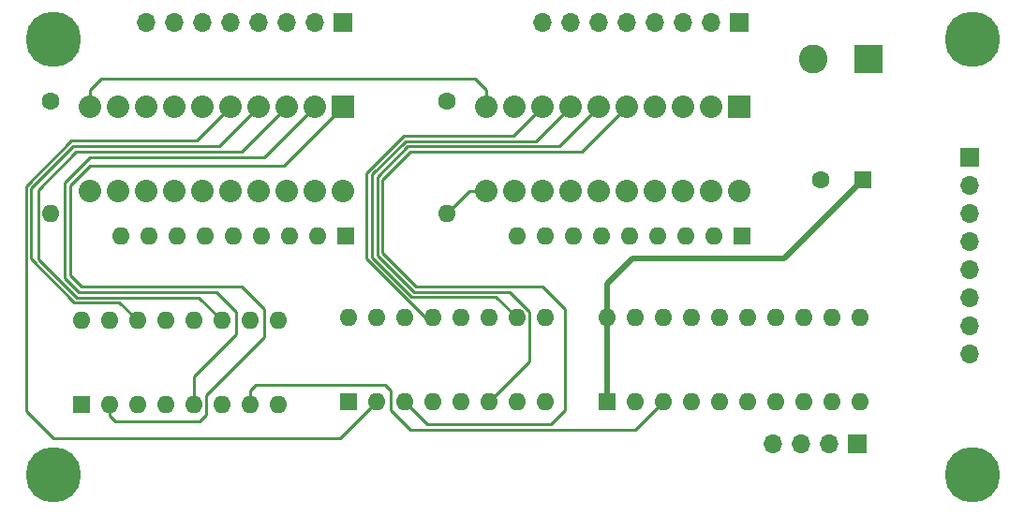
<source format=gbr>
%TF.GenerationSoftware,KiCad,Pcbnew,(5.1.9-0-10_14)*%
%TF.CreationDate,2021-05-30T08:25:23-04:00*%
%TF.ProjectId,MULTIPLEXER,4d554c54-4950-44c4-9558-45522e6b6963,rev?*%
%TF.SameCoordinates,Original*%
%TF.FileFunction,Copper,L2,Inr*%
%TF.FilePolarity,Positive*%
%FSLAX46Y46*%
G04 Gerber Fmt 4.6, Leading zero omitted, Abs format (unit mm)*
G04 Created by KiCad (PCBNEW (5.1.9-0-10_14)) date 2021-05-30 08:25:23*
%MOMM*%
%LPD*%
G01*
G04 APERTURE LIST*
%TA.AperFunction,ComponentPad*%
%ADD10C,0.800000*%
%TD*%
%TA.AperFunction,ComponentPad*%
%ADD11C,5.000000*%
%TD*%
%TA.AperFunction,ComponentPad*%
%ADD12O,1.700000X1.700000*%
%TD*%
%TA.AperFunction,ComponentPad*%
%ADD13R,1.700000X1.700000*%
%TD*%
%TA.AperFunction,ComponentPad*%
%ADD14O,1.600000X1.600000*%
%TD*%
%TA.AperFunction,ComponentPad*%
%ADD15R,1.600000X1.600000*%
%TD*%
%TA.AperFunction,ComponentPad*%
%ADD16C,1.600000*%
%TD*%
%TA.AperFunction,ComponentPad*%
%ADD17C,2.032000*%
%TD*%
%TA.AperFunction,ComponentPad*%
%ADD18R,2.032000X2.032000*%
%TD*%
%TA.AperFunction,ComponentPad*%
%ADD19C,2.600000*%
%TD*%
%TA.AperFunction,ComponentPad*%
%ADD20R,2.600000X2.600000*%
%TD*%
%TA.AperFunction,Conductor*%
%ADD21C,0.500000*%
%TD*%
%TA.AperFunction,Conductor*%
%ADD22C,0.250000*%
%TD*%
G04 APERTURE END LIST*
D10*
%TO.N,N/C*%
%TO.C,REF\u002A\u002A*%
X191571825Y-114752175D03*
X190246000Y-114203000D03*
X188920175Y-114752175D03*
X188371000Y-116078000D03*
X188920175Y-117403825D03*
X190246000Y-117953000D03*
X191571825Y-117403825D03*
X192121000Y-116078000D03*
D11*
X190246000Y-116078000D03*
%TD*%
%TO.N,N/C*%
%TO.C,REF\u002A\u002A*%
X190246000Y-76708000D03*
D10*
X192121000Y-76708000D03*
X191571825Y-78033825D03*
X190246000Y-78583000D03*
X188920175Y-78033825D03*
X188371000Y-76708000D03*
X188920175Y-75382175D03*
X190246000Y-74833000D03*
X191571825Y-75382175D03*
%TD*%
D11*
%TO.N,N/C*%
%TO.C,REF\u002A\u002A*%
X107188000Y-116078000D03*
D10*
X109063000Y-116078000D03*
X108513825Y-117403825D03*
X107188000Y-117953000D03*
X105862175Y-117403825D03*
X105313000Y-116078000D03*
X105862175Y-114752175D03*
X107188000Y-114203000D03*
X108513825Y-114752175D03*
%TD*%
%TO.N,N/C*%
%TO.C,REF\u002A\u002A*%
X108513825Y-75382175D03*
X107188000Y-74833000D03*
X105862175Y-75382175D03*
X105313000Y-76708000D03*
X105862175Y-78033825D03*
X107188000Y-78583000D03*
X108513825Y-78033825D03*
X109063000Y-76708000D03*
D11*
X107188000Y-76708000D03*
%TD*%
D12*
%TO.N,Net-(J3-Pad4)*%
%TO.C,J3*%
X172212000Y-113284000D03*
%TO.N,OE*%
X174752000Y-113284000D03*
%TO.N,SELECT*%
X177292000Y-113284000D03*
D13*
X179832000Y-113284000D03*
%TD*%
D14*
%TO.N,Net-(BAR2-Pad13)*%
%TO.C,RN2*%
X149098000Y-94488000D03*
%TO.N,Net-(BAR2-Pad14)*%
X151638000Y-94488000D03*
%TO.N,Net-(BAR2-Pad15)*%
X154178000Y-94488000D03*
%TO.N,Net-(BAR2-Pad16)*%
X156718000Y-94488000D03*
%TO.N,Net-(BAR2-Pad17)*%
X159258000Y-94488000D03*
%TO.N,Net-(BAR2-Pad18)*%
X161798000Y-94488000D03*
%TO.N,Net-(BAR2-Pad19)*%
X164338000Y-94488000D03*
%TO.N,Net-(BAR2-Pad20)*%
X166878000Y-94488000D03*
D15*
%TO.N,GND*%
X169418000Y-94488000D03*
%TD*%
D14*
%TO.N,Net-(BAR1-Pad13)*%
%TO.C,RN1*%
X113284000Y-94488000D03*
%TO.N,Net-(BAR1-Pad14)*%
X115824000Y-94488000D03*
%TO.N,Net-(BAR1-Pad15)*%
X118364000Y-94488000D03*
%TO.N,Net-(BAR1-Pad16)*%
X120904000Y-94488000D03*
%TO.N,Net-(BAR1-Pad17)*%
X123444000Y-94488000D03*
%TO.N,Net-(BAR1-Pad18)*%
X125984000Y-94488000D03*
%TO.N,Net-(BAR1-Pad19)*%
X128524000Y-94488000D03*
%TO.N,Net-(BAR1-Pad20)*%
X131064000Y-94488000D03*
D15*
%TO.N,GND*%
X133604000Y-94488000D03*
%TD*%
D14*
%TO.N,Net-(BAR2-Pad11)*%
%TO.C,R3*%
X142748000Y-92456000D03*
D16*
%TO.N,GND*%
X142748000Y-82296000D03*
%TD*%
D14*
%TO.N,Net-(BAR1-Pad11)*%
%TO.C,R1*%
X106934000Y-92456000D03*
D16*
%TO.N,VCC*%
X106934000Y-82296000D03*
%TD*%
D17*
%TO.N,Net-(BAR2-Pad20)*%
%TO.C,BAR2*%
X169164000Y-90424000D03*
%TO.N,Net-(BAR2-Pad19)*%
X166624000Y-90424000D03*
%TO.N,Net-(BAR2-Pad18)*%
X164084000Y-90424000D03*
%TO.N,Net-(BAR2-Pad17)*%
X161544000Y-90424000D03*
%TO.N,Net-(BAR2-Pad9)*%
X148844000Y-82804000D03*
%TO.N,SELECT*%
X146304000Y-82804000D03*
%TO.N,Net-(BAR2-Pad11)*%
X146304000Y-90424000D03*
%TO.N,Net-(BAR2-Pad12)*%
X148844000Y-90424000D03*
%TO.N,B7*%
X151384000Y-82804000D03*
%TO.N,B6*%
X153924000Y-82804000D03*
%TO.N,B5*%
X156464000Y-82804000D03*
%TO.N,B4*%
X159004000Y-82804000D03*
%TO.N,Net-(BAR2-Pad16)*%
X159004000Y-90424000D03*
%TO.N,Net-(BAR2-Pad15)*%
X156464000Y-90424000D03*
%TO.N,Net-(BAR2-Pad14)*%
X153924000Y-90424000D03*
%TO.N,Net-(BAR2-Pad13)*%
X151384000Y-90424000D03*
%TO.N,B3*%
X161544000Y-82804000D03*
%TO.N,B2*%
X164084000Y-82804000D03*
%TO.N,B1*%
X166624000Y-82804000D03*
D18*
%TO.N,B0*%
X169164000Y-82804000D03*
%TD*%
D17*
%TO.N,Net-(BAR1-Pad20)*%
%TO.C,BAR1*%
X133350000Y-90424000D03*
%TO.N,Net-(BAR1-Pad19)*%
X130810000Y-90424000D03*
%TO.N,Net-(BAR1-Pad18)*%
X128270000Y-90424000D03*
%TO.N,Net-(BAR1-Pad17)*%
X125730000Y-90424000D03*
%TO.N,Net-(BAR1-Pad9)*%
X113030000Y-82804000D03*
%TO.N,SELECT*%
X110490000Y-82804000D03*
%TO.N,Net-(BAR1-Pad11)*%
X110490000Y-90424000D03*
%TO.N,Net-(BAR1-Pad12)*%
X113030000Y-90424000D03*
%TO.N,A7*%
X115570000Y-82804000D03*
%TO.N,A6*%
X118110000Y-82804000D03*
%TO.N,A5*%
X120650000Y-82804000D03*
%TO.N,A4*%
X123190000Y-82804000D03*
%TO.N,Net-(BAR1-Pad16)*%
X123190000Y-90424000D03*
%TO.N,Net-(BAR1-Pad15)*%
X120650000Y-90424000D03*
%TO.N,Net-(BAR1-Pad14)*%
X118110000Y-90424000D03*
%TO.N,Net-(BAR1-Pad13)*%
X115570000Y-90424000D03*
%TO.N,A3*%
X125730000Y-82804000D03*
%TO.N,A2*%
X128270000Y-82804000D03*
%TO.N,A1*%
X130810000Y-82804000D03*
D18*
%TO.N,A0*%
X133350000Y-82804000D03*
%TD*%
D14*
%TO.N,VCC*%
%TO.C,U3*%
X157226000Y-101854000D03*
%TO.N,GND*%
X180086000Y-109474000D03*
%TO.N,OE*%
X159766000Y-101854000D03*
%TO.N,Z7*%
X177546000Y-109474000D03*
%TO.N,Y0*%
X162306000Y-101854000D03*
%TO.N,Z6*%
X175006000Y-109474000D03*
%TO.N,Y1*%
X164846000Y-101854000D03*
%TO.N,Z5*%
X172466000Y-109474000D03*
%TO.N,Y2*%
X167386000Y-101854000D03*
%TO.N,Z4*%
X169926000Y-109474000D03*
%TO.N,Y3*%
X169926000Y-101854000D03*
%TO.N,Z3*%
X167386000Y-109474000D03*
%TO.N,Y4*%
X172466000Y-101854000D03*
%TO.N,Z2*%
X164846000Y-109474000D03*
%TO.N,Y5*%
X175006000Y-101854000D03*
%TO.N,Z1*%
X162306000Y-109474000D03*
%TO.N,Y6*%
X177546000Y-101854000D03*
%TO.N,Z0*%
X159766000Y-109474000D03*
%TO.N,Y7*%
X180086000Y-101854000D03*
D15*
%TO.N,VCC*%
X157226000Y-109474000D03*
%TD*%
D14*
%TO.N,VCC*%
%TO.C,U2*%
X133858000Y-101854000D03*
%TO.N,GND*%
X151638000Y-109474000D03*
X136398000Y-101854000D03*
%TO.N,Z5*%
X149098000Y-109474000D03*
%TO.N,A7*%
X138938000Y-101854000D03*
%TO.N,B5*%
X146558000Y-109474000D03*
%TO.N,B7*%
X141478000Y-101854000D03*
%TO.N,A5*%
X144018000Y-109474000D03*
%TO.N,Z7*%
X144018000Y-101854000D03*
%TO.N,Z4*%
X141478000Y-109474000D03*
%TO.N,A6*%
X146558000Y-101854000D03*
%TO.N,B4*%
X138938000Y-109474000D03*
%TO.N,B6*%
X149098000Y-101854000D03*
%TO.N,A4*%
X136398000Y-109474000D03*
%TO.N,Z6*%
X151638000Y-101854000D03*
D15*
%TO.N,SELECT*%
X133858000Y-109474000D03*
%TD*%
D14*
%TO.N,VCC*%
%TO.C,U1*%
X109728000Y-102108000D03*
%TO.N,GND*%
X127508000Y-109728000D03*
X112268000Y-102108000D03*
%TO.N,Z1*%
X124968000Y-109728000D03*
%TO.N,A3*%
X114808000Y-102108000D03*
%TO.N,B1*%
X122428000Y-109728000D03*
%TO.N,B3*%
X117348000Y-102108000D03*
%TO.N,A1*%
X119888000Y-109728000D03*
%TO.N,Z3*%
X119888000Y-102108000D03*
%TO.N,Z0*%
X117348000Y-109728000D03*
%TO.N,A2*%
X122428000Y-102108000D03*
%TO.N,B0*%
X114808000Y-109728000D03*
%TO.N,B2*%
X124968000Y-102108000D03*
%TO.N,A0*%
X112268000Y-109728000D03*
%TO.N,Z2*%
X127508000Y-102108000D03*
D15*
%TO.N,SELECT*%
X109728000Y-109728000D03*
%TD*%
D12*
%TO.N,Y7*%
%TO.C,J6*%
X189992000Y-105156000D03*
%TO.N,Y6*%
X189992000Y-102616000D03*
%TO.N,Y5*%
X189992000Y-100076000D03*
%TO.N,Y4*%
X189992000Y-97536000D03*
%TO.N,Y3*%
X189992000Y-94996000D03*
%TO.N,Y2*%
X189992000Y-92456000D03*
%TO.N,Y1*%
X189992000Y-89916000D03*
D13*
%TO.N,Y0*%
X189992000Y-87376000D03*
%TD*%
D12*
%TO.N,B7*%
%TO.C,J5*%
X151384000Y-75184000D03*
%TO.N,B6*%
X153924000Y-75184000D03*
%TO.N,B5*%
X156464000Y-75184000D03*
%TO.N,B4*%
X159004000Y-75184000D03*
%TO.N,B3*%
X161544000Y-75184000D03*
%TO.N,B2*%
X164084000Y-75184000D03*
%TO.N,B1*%
X166624000Y-75184000D03*
D13*
%TO.N,B0*%
X169164000Y-75184000D03*
%TD*%
D12*
%TO.N,A7*%
%TO.C,J4*%
X115570000Y-75184000D03*
%TO.N,A6*%
X118110000Y-75184000D03*
%TO.N,A5*%
X120650000Y-75184000D03*
%TO.N,A4*%
X123190000Y-75184000D03*
%TO.N,A3*%
X125730000Y-75184000D03*
%TO.N,A2*%
X128270000Y-75184000D03*
%TO.N,A1*%
X130810000Y-75184000D03*
D13*
%TO.N,A0*%
X133350000Y-75184000D03*
%TD*%
D19*
%TO.N,GND*%
%TO.C,J1*%
X175848000Y-78486000D03*
D20*
%TO.N,VCC*%
X180848000Y-78486000D03*
%TD*%
D16*
%TO.N,GND*%
%TO.C,C1*%
X176540000Y-89408000D03*
D15*
%TO.N,VCC*%
X180340000Y-89408000D03*
%TD*%
D21*
%TO.N,VCC*%
X157226000Y-98806000D02*
X157226000Y-101854000D01*
X159512000Y-96520000D02*
X157226000Y-98806000D01*
X173228000Y-96520000D02*
X159512000Y-96520000D01*
X180340000Y-89408000D02*
X173228000Y-96520000D01*
X157226000Y-101854000D02*
X157226000Y-109474000D01*
D22*
%TO.N,SELECT*%
X146304000Y-82804000D02*
X146304000Y-81280000D01*
X146304000Y-81280000D02*
X145288000Y-80264000D01*
X145288000Y-80264000D02*
X111506000Y-80264000D01*
X110490000Y-81280000D02*
X111506000Y-80264000D01*
X110490000Y-82804000D02*
X110490000Y-81280000D01*
%TO.N,A4*%
X120142000Y-85852000D02*
X108837590Y-85852000D01*
X108837590Y-85852000D02*
X104705991Y-89983599D01*
X107188000Y-112776000D02*
X133096000Y-112776000D01*
X133096000Y-112776000D02*
X136398000Y-109474000D01*
X104705991Y-110293991D02*
X107188000Y-112776000D01*
X123190000Y-82804000D02*
X120142000Y-85852000D01*
X104705991Y-89983599D02*
X104705991Y-110293991D01*
%TO.N,A3*%
X109101200Y-100468022D02*
X113168022Y-100468022D01*
X125730000Y-82804000D02*
X122174000Y-86360000D01*
X108966000Y-86360000D02*
X105156000Y-90170000D01*
X122174000Y-86360000D02*
X108966000Y-86360000D01*
X113168022Y-100468022D02*
X114808000Y-102108000D01*
X105156000Y-90170000D02*
X105156000Y-96522821D01*
X105156000Y-96522821D02*
X109101200Y-100468022D01*
%TO.N,A2*%
X105808999Y-96539409D02*
X109287600Y-100018011D01*
X124206000Y-86868000D02*
X109220000Y-86868000D01*
X105808999Y-90279001D02*
X105808999Y-96539409D01*
X109220000Y-86868000D02*
X105808999Y-90279001D01*
X120338011Y-100018011D02*
X122428000Y-102108000D01*
X109287600Y-100018011D02*
X120338011Y-100018011D01*
X128270000Y-82804000D02*
X124206000Y-86868000D01*
%TO.N,A1*%
X130810000Y-82804000D02*
X126238000Y-87376000D01*
X126238000Y-87376000D02*
X110490000Y-87376000D01*
X110490000Y-87376000D02*
X108204000Y-89662000D01*
X108204000Y-89662000D02*
X108204000Y-98298000D01*
X108204000Y-98298000D02*
X109474000Y-99568000D01*
X109474000Y-99568000D02*
X121920000Y-99568000D01*
X121920000Y-99568000D02*
X123698000Y-101346000D01*
X123698000Y-101346000D02*
X123698000Y-103378000D01*
X119888000Y-107188000D02*
X119888000Y-109728000D01*
X123698000Y-103378000D02*
X119888000Y-107188000D01*
%TO.N,A0*%
X112268000Y-110744000D02*
X112268000Y-109728000D01*
X112776000Y-111252000D02*
X112268000Y-110744000D01*
X121013001Y-110634999D02*
X120396000Y-111252000D01*
X108712000Y-89916000D02*
X108712000Y-98044000D01*
X126238000Y-101092000D02*
X126238000Y-103632000D01*
X108712000Y-98044000D02*
X109728000Y-99060000D01*
X124206000Y-99060000D02*
X126238000Y-101092000D01*
X109728000Y-99060000D02*
X124206000Y-99060000D01*
X121013001Y-108856999D02*
X121013001Y-110634999D01*
X126238000Y-103632000D02*
X121013001Y-108856999D01*
X133350000Y-82804000D02*
X128016000Y-88138000D01*
X120396000Y-111252000D02*
X112776000Y-111252000D01*
X110490000Y-88138000D02*
X108712000Y-89916000D01*
X128016000Y-88138000D02*
X110490000Y-88138000D01*
%TO.N,B7*%
X148786011Y-85401989D02*
X138877189Y-85401989D01*
X138877189Y-85401989D02*
X135497978Y-88781200D01*
X135497978Y-96513211D02*
X140838767Y-101854000D01*
X135497978Y-88781200D02*
X135497978Y-96513211D01*
X140838767Y-101854000D02*
X141478000Y-101854000D01*
X151384000Y-82804000D02*
X148786011Y-85401989D01*
%TO.N,B6*%
X136005978Y-88909611D02*
X136005978Y-96384800D01*
X153924000Y-82804000D02*
X150818011Y-85909989D01*
X147204022Y-99960022D02*
X149098000Y-101854000D01*
X150818011Y-85909989D02*
X139005600Y-85909989D01*
X139005600Y-85909989D02*
X136005978Y-88909611D01*
X139581200Y-99960022D02*
X147204022Y-99960022D01*
X136005978Y-96384800D02*
X139581200Y-99960022D01*
%TO.N,B5*%
X150223001Y-105808999D02*
X146558000Y-109474000D01*
X156464000Y-82804000D02*
X152908000Y-86360000D01*
X139192000Y-86360000D02*
X136455989Y-89096011D01*
X136455989Y-96198400D02*
X139767600Y-99510011D01*
X148419013Y-99510011D02*
X150223001Y-101313999D01*
X152908000Y-86360000D02*
X139192000Y-86360000D01*
X150223001Y-101313999D02*
X150223001Y-105808999D01*
X136455989Y-89096011D02*
X136455989Y-96198400D01*
X139767600Y-99510011D02*
X148419013Y-99510011D01*
%TO.N,B4*%
X159004000Y-82804000D02*
X154940000Y-86868000D01*
X154940000Y-86868000D02*
X139446000Y-86868000D01*
X139446000Y-86868000D02*
X136906000Y-89408000D01*
X136906000Y-89408000D02*
X136906000Y-96012000D01*
X136906000Y-96012000D02*
X139954000Y-99060000D01*
X139954000Y-99060000D02*
X151384000Y-99060000D01*
X151384000Y-99060000D02*
X153416000Y-101092000D01*
X153416000Y-101092000D02*
X153416000Y-110236000D01*
X153416000Y-110236000D02*
X152146000Y-111506000D01*
X140970000Y-111506000D02*
X138938000Y-109474000D01*
X152146000Y-111506000D02*
X140970000Y-111506000D01*
%TO.N,Z1*%
X162306000Y-109474000D02*
X159766000Y-112014000D01*
X159766000Y-112014000D02*
X139446000Y-112014000D01*
X139446000Y-112014000D02*
X137668000Y-110236000D01*
X137668000Y-110236000D02*
X137668000Y-108458000D01*
X137668000Y-108458000D02*
X137160000Y-107950000D01*
X137160000Y-107950000D02*
X125476000Y-107950000D01*
X124968000Y-108458000D02*
X124968000Y-109728000D01*
X125476000Y-107950000D02*
X124968000Y-108458000D01*
%TO.N,Net-(BAR2-Pad11)*%
X144780000Y-90424000D02*
X142748000Y-92456000D01*
X146304000Y-90424000D02*
X144780000Y-90424000D01*
%TD*%
M02*

</source>
